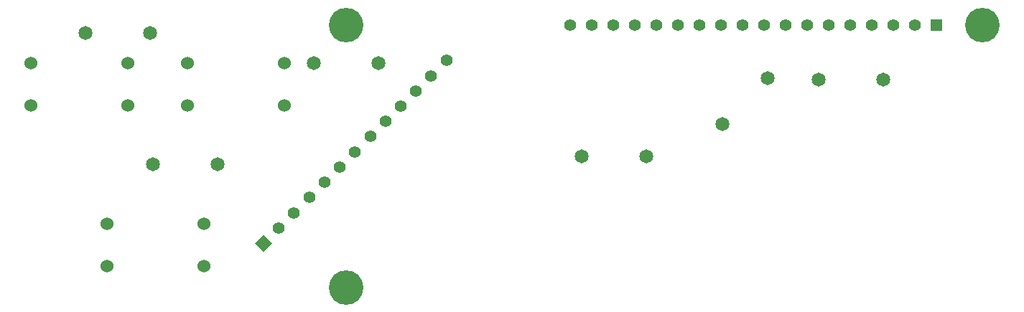
<source format=gbl>
G04 (created by PCBNEW (2013-07-07 BZR 4022)-stable) date 22/01/2014 11:53:34*
%MOIN*%
G04 Gerber Fmt 3.4, Leading zero omitted, Abs format*
%FSLAX34Y34*%
G01*
G70*
G90*
G04 APERTURE LIST*
%ADD10C,0.00590551*%
%ADD11R,0.055X0.055*%
%ADD12C,0.055*%
%ADD13C,0.06*%
%ADD14C,0.065*%
%ADD15C,0.16*%
G04 APERTURE END LIST*
G54D10*
G54D11*
X102791Y-47047D03*
G54D12*
X101791Y-47047D03*
X100791Y-47047D03*
X99791Y-47047D03*
X98791Y-47047D03*
X97791Y-47047D03*
X96791Y-47047D03*
X95791Y-47047D03*
X94791Y-47047D03*
X93791Y-47047D03*
X92791Y-47047D03*
X91791Y-47047D03*
X90791Y-47047D03*
X89791Y-47047D03*
X88791Y-47047D03*
X87791Y-47047D03*
X86791Y-47047D03*
X85791Y-47047D03*
G54D10*
G36*
X71544Y-57584D02*
X71155Y-57195D01*
X71544Y-56806D01*
X71933Y-57195D01*
X71544Y-57584D01*
X71544Y-57584D01*
G37*
G54D12*
X72251Y-56488D03*
X72958Y-55781D03*
X73666Y-55074D03*
X74373Y-54366D03*
X75080Y-53659D03*
X75787Y-52952D03*
X76494Y-52245D03*
X77201Y-51538D03*
X77908Y-50831D03*
X78615Y-50124D03*
X79322Y-49417D03*
X80030Y-48710D03*
G54D13*
X68025Y-48818D03*
X72525Y-48818D03*
X68025Y-50787D03*
X72525Y-50787D03*
X60742Y-48818D03*
X65242Y-48818D03*
X60742Y-50787D03*
X65242Y-50787D03*
X64285Y-58267D03*
X68785Y-58267D03*
X64285Y-56299D03*
X68785Y-56299D03*
G54D14*
X89295Y-53149D03*
X86295Y-53149D03*
X94958Y-49529D03*
X92836Y-51651D03*
X100318Y-49606D03*
X97318Y-49606D03*
X76893Y-48818D03*
X73893Y-48818D03*
X66263Y-47440D03*
X63263Y-47440D03*
X69413Y-53543D03*
X66413Y-53543D03*
G54D15*
X75393Y-47047D03*
X104921Y-47047D03*
X75393Y-59251D03*
M02*

</source>
